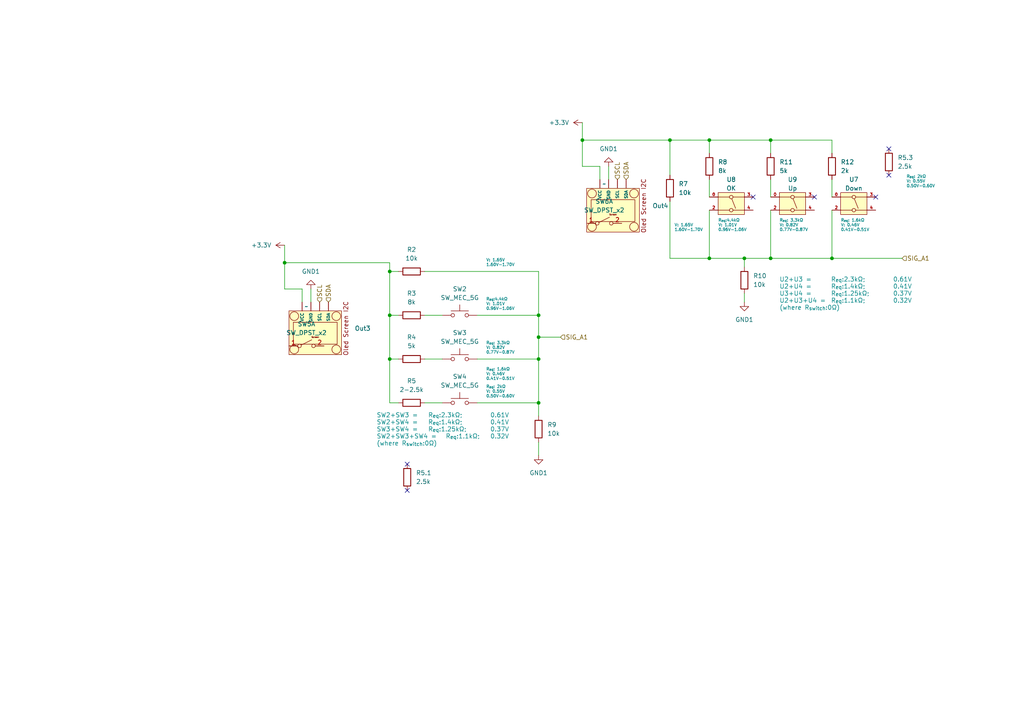
<source format=kicad_sch>
(kicad_sch (version 20230121) (generator eeschema)

  (uuid 0456e8ca-5d38-4f40-8b6e-85aeff18be0e)

  (paper "A4")

  (lib_symbols
    (symbol "Device:R" (pin_numbers hide) (pin_names (offset 0)) (in_bom yes) (on_board yes)
      (property "Reference" "R" (at 2.032 0 90)
        (effects (font (size 1.27 1.27)))
      )
      (property "Value" "R" (at 0 0 90)
        (effects (font (size 1.27 1.27)))
      )
      (property "Footprint" "" (at -1.778 0 90)
        (effects (font (size 1.27 1.27)) hide)
      )
      (property "Datasheet" "~" (at 0 0 0)
        (effects (font (size 1.27 1.27)) hide)
      )
      (property "ki_keywords" "R res resistor" (at 0 0 0)
        (effects (font (size 1.27 1.27)) hide)
      )
      (property "ki_description" "Resistor" (at 0 0 0)
        (effects (font (size 1.27 1.27)) hide)
      )
      (property "ki_fp_filters" "R_*" (at 0 0 0)
        (effects (font (size 1.27 1.27)) hide)
      )
      (symbol "R_0_1"
        (rectangle (start -1.016 -2.54) (end 1.016 2.54)
          (stroke (width 0.254) (type default))
          (fill (type none))
        )
      )
      (symbol "R_1_1"
        (pin passive line (at 0 3.81 270) (length 1.27)
          (name "~" (effects (font (size 1.27 1.27))))
          (number "1" (effects (font (size 1.27 1.27))))
        )
        (pin passive line (at 0 -3.81 90) (length 1.27)
          (name "~" (effects (font (size 1.27 1.27))))
          (number "2" (effects (font (size 1.27 1.27))))
        )
      )
    )
    (symbol "Objects:Button_Typ.0" (in_bom yes) (on_board yes)
      (property "Reference" "U" (at 0 3.81 0)
        (effects (font (size 1.27 1.27)))
      )
      (property "Value" "" (at 0 0 0)
        (effects (font (size 1.27 1.27)))
      )
      (property "Footprint" "" (at 0 0 0)
        (effects (font (size 1.27 1.27)) hide)
      )
      (property "Datasheet" "" (at 0 0 0)
        (effects (font (size 1.27 1.27)) hide)
      )
      (symbol "Button_Typ.0_0_0"
        (circle (center 0 -2.54) (radius 0.508)
          (stroke (width 0) (type default))
          (fill (type none))
        )
        (polyline
          (pts
            (xy 0.1524 0.762)
            (xy 1.27 -2.032)
          )
          (stroke (width 0) (type default))
          (fill (type none))
        )
        (circle (center 0 1.27) (radius 0.508)
          (stroke (width 0) (type default))
          (fill (type none))
        )
      )
      (symbol "Button_Typ.0_0_1"
        (polyline
          (pts
            (xy -3.81 -2.54)
            (xy -0.508 -2.54)
          )
          (stroke (width 0) (type default))
          (fill (type none))
        )
        (polyline
          (pts
            (xy -0.508 1.27)
            (xy -3.81 1.27)
          )
          (stroke (width 0) (type default))
          (fill (type none))
        )
        (polyline
          (pts
            (xy 3.81 -2.54)
            (xy 0.508 -2.54)
          )
          (stroke (width 0) (type default))
          (fill (type none))
        )
        (polyline
          (pts
            (xy 3.81 1.27)
            (xy 0.508 1.27)
          )
          (stroke (width 0) (type default))
          (fill (type none))
        )
      )
      (symbol "Button_Typ.0_1_1"
        (rectangle (start -3.81 2.54) (end 3.81 -3.81)
          (stroke (width 0) (type default))
          (fill (type background))
        )
        (pin unspecified line (at -6.35 1.27 0) (length 2.54)
          (name "" (effects (font (size 0.8467 0.8467))))
          (number "0" (effects (font (size 0.8467 0.8467))))
        )
        (pin unspecified line (at -6.35 -2.54 0) (length 2.54)
          (name "" (effects (font (size 0.8467 0.8467))))
          (number "2" (effects (font (size 0.8467 0.8467))))
        )
        (pin unspecified line (at 6.35 1.27 180) (length 2.54)
          (name "" (effects (font (size 0.8467 0.8467))))
          (number "3" (effects (font (size 0.8467 0.8467))))
        )
        (pin unspecified line (at 6.35 -2.54 180) (length 2.54)
          (name "" (effects (font (size 0.8467 0.8467))))
          (number "4" (effects (font (size 0.8467 0.8467))))
        )
      )
    )
    (symbol "Objects:Oled_Screen_I2C" (in_bom yes) (on_board yes)
      (property "Reference" "Out" (at 0 13.97 0)
        (effects (font (size 1.27 1.27)))
      )
      (property "Value" "" (at -2.54 6.35 0)
        (effects (font (size 1.27 1.27)))
      )
      (property "Footprint" "" (at -2.54 6.35 0)
        (effects (font (size 1.27 1.27)) hide)
      )
      (property "Datasheet" "" (at -2.54 6.35 0)
        (effects (font (size 1.27 1.27)) hide)
      )
      (symbol "Oled_Screen_I2C_1_1"
        (rectangle (start -7.62 5.08) (end 7.62 -7.62)
          (stroke (width 0) (type default))
          (fill (type background))
        )
        (rectangle (start -6.35 1.778) (end 6.35 -4.572)
          (stroke (width 0) (type default))
          (fill (type none))
        )
        (circle (center -6.096 -6.096) (radius 1.27)
          (stroke (width 0) (type default))
          (fill (type none))
        )
        (circle (center -6.096 3.556) (radius 1.27)
          (stroke (width 0) (type default))
          (fill (type none))
        )
        (circle (center 6.096 -6.096) (radius 1.27)
          (stroke (width 0) (type default))
          (fill (type none))
        )
        (circle (center 6.096 3.556) (radius 1.27)
          (stroke (width 0) (type default))
          (fill (type none))
        )
        (text "Oled Screen I2C" (at 8.89 0 900)
          (effects (font (size 1.27 1.27)))
        )
        (text "Screen" (at 0 -2.54 0)
          (effects (font (size 0.4233 0.4233)))
        )
        (pin passive line (at -1.27 7.62 270) (length 2.54)
          (name "GND" (effects (font (size 0.8467 0.8467))))
          (number "" (effects (font (size 0.8467 0.8467))))
        )
        (pin bidirectional line (at 1.27 7.62 270) (length 2.54)
          (name "SCL" (effects (font (size 0.8467 0.8467))))
          (number "" (effects (font (size 0.8467 0.8467))))
        )
        (pin bidirectional line (at 3.81 7.62 270) (length 2.54)
          (name "SDA" (effects (font (size 0.8467 0.8467))))
          (number "" (effects (font (size 0.8467 0.8467))))
        )
        (pin passive line (at -3.81 7.62 270) (length 2.54)
          (name "VCC" (effects (font (size 0.8467 0.8467))))
          (number "" (effects (font (size 0.8467 0.8467))))
        )
      )
    )
    (symbol "Switch:SW_DPST_x2" (pin_names (offset 0) hide) (in_bom yes) (on_board yes)
      (property "Reference" "SW" (at 0 3.175 0)
        (effects (font (size 1.27 1.27)))
      )
      (property "Value" "SW_DPST_x2" (at 0 -2.54 0)
        (effects (font (size 1.27 1.27)))
      )
      (property "Footprint" "" (at 0 0 0)
        (effects (font (size 1.27 1.27)) hide)
      )
      (property "Datasheet" "~" (at 0 0 0)
        (effects (font (size 1.27 1.27)) hide)
      )
      (property "ki_keywords" "switch lever" (at 0 0 0)
        (effects (font (size 1.27 1.27)) hide)
      )
      (property "ki_description" "Single Pole Single Throw (SPST) switch, separate symbol" (at 0 0 0)
        (effects (font (size 1.27 1.27)) hide)
      )
      (symbol "SW_DPST_x2_0_0"
        (circle (center -2.032 0) (radius 0.508)
          (stroke (width 0) (type default))
          (fill (type none))
        )
        (polyline
          (pts
            (xy -1.524 0.254)
            (xy 1.524 1.778)
          )
          (stroke (width 0) (type default))
          (fill (type none))
        )
        (circle (center 2.032 0) (radius 0.508)
          (stroke (width 0) (type default))
          (fill (type none))
        )
      )
      (symbol "SW_DPST_x2_1_1"
        (pin passive line (at -5.08 0 0) (length 2.54)
          (name "A" (effects (font (size 1.27 1.27))))
          (number "1" (effects (font (size 1.27 1.27))))
        )
        (pin passive line (at 5.08 0 180) (length 2.54)
          (name "B" (effects (font (size 1.27 1.27))))
          (number "2" (effects (font (size 1.27 1.27))))
        )
      )
      (symbol "SW_DPST_x2_2_1"
        (pin passive line (at -5.08 0 0) (length 2.54)
          (name "A" (effects (font (size 1.27 1.27))))
          (number "3" (effects (font (size 1.27 1.27))))
        )
        (pin passive line (at 5.08 0 180) (length 2.54)
          (name "B" (effects (font (size 1.27 1.27))))
          (number "4" (effects (font (size 1.27 1.27))))
        )
      )
    )
    (symbol "Switch:SW_MEC_5G" (pin_numbers hide) (pin_names (offset 1.016) hide) (in_bom yes) (on_board yes)
      (property "Reference" "SW" (at 1.27 2.54 0)
        (effects (font (size 1.27 1.27)) (justify left))
      )
      (property "Value" "SW_MEC_5G" (at 0 -1.524 0)
        (effects (font (size 1.27 1.27)))
      )
      (property "Footprint" "" (at 0 5.08 0)
        (effects (font (size 1.27 1.27)) hide)
      )
      (property "Datasheet" "http://www.apem.com/int/index.php?controller=attachment&id_attachment=488" (at 0 5.08 0)
        (effects (font (size 1.27 1.27)) hide)
      )
      (property "ki_keywords" "switch normally-open pushbutton push-button" (at 0 0 0)
        (effects (font (size 1.27 1.27)) hide)
      )
      (property "ki_description" "MEC 5G single pole normally-open tactile switch" (at 0 0 0)
        (effects (font (size 1.27 1.27)) hide)
      )
      (property "ki_fp_filters" "SW*MEC*5G*" (at 0 0 0)
        (effects (font (size 1.27 1.27)) hide)
      )
      (symbol "SW_MEC_5G_0_1"
        (circle (center -2.032 0) (radius 0.508)
          (stroke (width 0) (type default))
          (fill (type none))
        )
        (polyline
          (pts
            (xy 0 1.27)
            (xy 0 3.048)
          )
          (stroke (width 0) (type default))
          (fill (type none))
        )
        (polyline
          (pts
            (xy 2.54 1.27)
            (xy -2.54 1.27)
          )
          (stroke (width 0) (type default))
          (fill (type none))
        )
        (circle (center 2.032 0) (radius 0.508)
          (stroke (width 0) (type default))
          (fill (type none))
        )
        (pin passive line (at -5.08 0 0) (length 2.54)
          (name "A" (effects (font (size 1.27 1.27))))
          (number "1" (effects (font (size 1.27 1.27))))
        )
        (pin passive line (at 5.08 0 180) (length 2.54)
          (name "B" (effects (font (size 1.27 1.27))))
          (number "3" (effects (font (size 1.27 1.27))))
        )
      )
      (symbol "SW_MEC_5G_1_1"
        (pin passive line (at -5.08 0 0) (length 2.54) hide
          (name "A" (effects (font (size 1.27 1.27))))
          (number "2" (effects (font (size 1.27 1.27))))
        )
        (pin passive line (at 5.08 0 180) (length 2.54) hide
          (name "B" (effects (font (size 1.27 1.27))))
          (number "4" (effects (font (size 1.27 1.27))))
        )
      )
    )
    (symbol "power:+3.3V" (power) (pin_names (offset 0)) (in_bom yes) (on_board yes)
      (property "Reference" "#PWR" (at 0 -3.81 0)
        (effects (font (size 1.27 1.27)) hide)
      )
      (property "Value" "+3.3V" (at 0 3.556 0)
        (effects (font (size 1.27 1.27)))
      )
      (property "Footprint" "" (at 0 0 0)
        (effects (font (size 1.27 1.27)) hide)
      )
      (property "Datasheet" "" (at 0 0 0)
        (effects (font (size 1.27 1.27)) hide)
      )
      (property "ki_keywords" "global power" (at 0 0 0)
        (effects (font (size 1.27 1.27)) hide)
      )
      (property "ki_description" "Power symbol creates a global label with name \"+3.3V\"" (at 0 0 0)
        (effects (font (size 1.27 1.27)) hide)
      )
      (symbol "+3.3V_0_1"
        (polyline
          (pts
            (xy -0.762 1.27)
            (xy 0 2.54)
          )
          (stroke (width 0) (type default))
          (fill (type none))
        )
        (polyline
          (pts
            (xy 0 0)
            (xy 0 2.54)
          )
          (stroke (width 0) (type default))
          (fill (type none))
        )
        (polyline
          (pts
            (xy 0 2.54)
            (xy 0.762 1.27)
          )
          (stroke (width 0) (type default))
          (fill (type none))
        )
      )
      (symbol "+3.3V_1_1"
        (pin power_in line (at 0 0 90) (length 0) hide
          (name "+3.3V" (effects (font (size 1.27 1.27))))
          (number "1" (effects (font (size 1.27 1.27))))
        )
      )
    )
    (symbol "power:GND1" (power) (pin_names (offset 0)) (in_bom yes) (on_board yes)
      (property "Reference" "#PWR" (at 0 -6.35 0)
        (effects (font (size 1.27 1.27)) hide)
      )
      (property "Value" "GND1" (at 0 -3.81 0)
        (effects (font (size 1.27 1.27)))
      )
      (property "Footprint" "" (at 0 0 0)
        (effects (font (size 1.27 1.27)) hide)
      )
      (property "Datasheet" "" (at 0 0 0)
        (effects (font (size 1.27 1.27)) hide)
      )
      (property "ki_keywords" "global power" (at 0 0 0)
        (effects (font (size 1.27 1.27)) hide)
      )
      (property "ki_description" "Power symbol creates a global label with name \"GND1\" , ground" (at 0 0 0)
        (effects (font (size 1.27 1.27)) hide)
      )
      (symbol "GND1_0_1"
        (polyline
          (pts
            (xy 0 0)
            (xy 0 -1.27)
            (xy 1.27 -1.27)
            (xy 0 -2.54)
            (xy -1.27 -1.27)
            (xy 0 -1.27)
          )
          (stroke (width 0) (type default))
          (fill (type none))
        )
      )
      (symbol "GND1_1_1"
        (pin power_in line (at 0 0 270) (length 0) hide
          (name "GND1" (effects (font (size 1.27 1.27))))
          (number "1" (effects (font (size 1.27 1.27))))
        )
      )
    )
  )

  (junction (at 241.3 74.93) (diameter 0) (color 0 0 0 0)
    (uuid 11bef47a-da83-4663-979a-30b783e5f4cd)
  )
  (junction (at 215.9 74.93) (diameter 0) (color 0 0 0 0)
    (uuid 1e54bfbd-c0a2-495c-81dd-fd1f7fe99e4f)
  )
  (junction (at 156.21 97.79) (diameter 0) (color 0 0 0 0)
    (uuid 35088965-68a7-41f8-9fdd-6cda5f1ce7ff)
  )
  (junction (at 113.03 78.74) (diameter 0) (color 0 0 0 0)
    (uuid 3965985b-d0a8-4860-8db5-a78161ee1619)
  )
  (junction (at 223.52 40.64) (diameter 0) (color 0 0 0 0)
    (uuid 40f5b331-99f4-4925-8e88-319c9e024d1d)
  )
  (junction (at 156.21 116.84) (diameter 0) (color 0 0 0 0)
    (uuid 40fac369-4d77-4e69-9843-a2adf05ec898)
  )
  (junction (at 168.91 40.64) (diameter 0) (color 0 0 0 0)
    (uuid 469c23ea-02ae-4d08-ad16-331ff5e2f878)
  )
  (junction (at 82.55 76.2) (diameter 0) (color 0 0 0 0)
    (uuid 53bc495d-cddb-45e1-9f64-3ce5f1abc12b)
  )
  (junction (at 194.31 40.64) (diameter 0) (color 0 0 0 0)
    (uuid 5563e340-1155-45a9-8f33-8f856934e6d4)
  )
  (junction (at 205.74 40.64) (diameter 0) (color 0 0 0 0)
    (uuid 5eb72ecc-eaee-4361-a94f-cb21f1d7b6d0)
  )
  (junction (at 223.52 74.93) (diameter 0) (color 0 0 0 0)
    (uuid 621dd9b2-92a3-4d78-9323-2c5afd60d80c)
  )
  (junction (at 156.21 91.44) (diameter 0) (color 0 0 0 0)
    (uuid 63dacde0-b998-4c46-a3f9-a34af47b3f0b)
  )
  (junction (at 113.03 91.44) (diameter 0) (color 0 0 0 0)
    (uuid 74570bbd-4516-43bf-809e-1c7aebb98f34)
  )
  (junction (at 156.21 104.14) (diameter 0) (color 0 0 0 0)
    (uuid 8e888275-b1a8-45c4-a808-d8f93070803d)
  )
  (junction (at 113.03 104.14) (diameter 0) (color 0 0 0 0)
    (uuid d5cf24ee-cabb-455e-91cd-d9a817e45309)
  )
  (junction (at 205.74 74.93) (diameter 0) (color 0 0 0 0)
    (uuid f3b0c2b0-cf6c-436e-b017-0b33a7c11621)
  )

  (no_connect (at 218.44 57.15) (uuid 08914fad-b093-4ac8-a211-48378be0e20f))
  (no_connect (at 257.81 50.8) (uuid 12a8a7db-0bd1-427e-b3ff-ea8fc9343dab))
  (no_connect (at 118.11 134.62) (uuid 294cd240-8b54-495f-8782-819b46785ef2))
  (no_connect (at 254 57.15) (uuid 2d88eadc-c03e-4f42-a727-9d680cf89064))
  (no_connect (at 257.81 43.18) (uuid 3f292dd1-9fca-4ff0-a93f-e08c374bd245))
  (no_connect (at 236.22 57.15) (uuid 9b4b8ba7-fbde-4bfd-a20f-c4ec507cf5b0))
  (no_connect (at 118.11 142.24) (uuid 9ffc33bf-46d9-4ea3-b46f-2bd7427b38e2))

  (wire (pts (xy 205.74 40.64) (xy 205.74 44.45))
    (stroke (width 0) (type default))
    (uuid 02cdf3fc-e4df-463f-a07c-d0320c567552)
  )
  (wire (pts (xy 156.21 104.14) (xy 156.21 116.84))
    (stroke (width 0) (type default))
    (uuid 09d2e940-d71c-4a0e-942f-a06f64d20541)
  )
  (wire (pts (xy 82.55 71.12) (xy 82.55 76.2))
    (stroke (width 0) (type default))
    (uuid 19581cd9-18c9-4c7e-91b9-6dbc129af0ba)
  )
  (wire (pts (xy 241.3 52.07) (xy 241.3 57.15))
    (stroke (width 0) (type default))
    (uuid 27847982-7ba8-4925-aa57-07d1da7a7b5a)
  )
  (wire (pts (xy 168.91 40.64) (xy 168.91 48.26))
    (stroke (width 0) (type default))
    (uuid 28455852-9354-431c-865b-6e518c5d019e)
  )
  (wire (pts (xy 168.91 35.56) (xy 168.91 40.64))
    (stroke (width 0) (type default))
    (uuid 2f19e2c1-1839-4d7d-8a9b-65de30dce5a6)
  )
  (wire (pts (xy 138.43 116.84) (xy 156.21 116.84))
    (stroke (width 0) (type default))
    (uuid 330daf93-79b3-4f12-8c26-8afc0bed6932)
  )
  (wire (pts (xy 176.53 48.26) (xy 176.53 52.07))
    (stroke (width 0) (type default))
    (uuid 367f312e-e7ed-44b0-8ff8-bfbef8db16d2)
  )
  (wire (pts (xy 156.21 91.44) (xy 156.21 97.79))
    (stroke (width 0) (type default))
    (uuid 390c36a7-5ad3-46bd-bd8d-266de491b708)
  )
  (wire (pts (xy 113.03 78.74) (xy 113.03 91.44))
    (stroke (width 0) (type default))
    (uuid 3c300400-9347-4195-8091-3ce4958908b6)
  )
  (wire (pts (xy 90.17 83.82) (xy 90.17 87.63))
    (stroke (width 0) (type default))
    (uuid 3d6e1c40-e11c-476b-b670-5084b29dd3df)
  )
  (wire (pts (xy 113.03 116.84) (xy 115.57 116.84))
    (stroke (width 0) (type default))
    (uuid 3ea8089b-4d49-493b-a8f9-872b011ee8dd)
  )
  (wire (pts (xy 223.52 52.07) (xy 223.52 57.15))
    (stroke (width 0) (type default))
    (uuid 4237a80f-7620-47bb-8555-37a1c6bc15ce)
  )
  (wire (pts (xy 223.52 40.64) (xy 241.3 40.64))
    (stroke (width 0) (type default))
    (uuid 428113b7-3091-4ef4-aae7-572934255bc6)
  )
  (wire (pts (xy 194.31 58.42) (xy 194.31 74.93))
    (stroke (width 0) (type default))
    (uuid 4f54251b-8682-49cf-91f3-530c895a7c21)
  )
  (wire (pts (xy 156.21 116.84) (xy 156.21 120.65))
    (stroke (width 0) (type default))
    (uuid 58f09632-4944-49ce-8111-32772e4cdc6d)
  )
  (wire (pts (xy 123.19 78.74) (xy 156.21 78.74))
    (stroke (width 0) (type default))
    (uuid 59690ffa-616b-4c12-ba3e-48edb04e2b1b)
  )
  (wire (pts (xy 115.57 78.74) (xy 113.03 78.74))
    (stroke (width 0) (type default))
    (uuid 615a3384-ce38-4e0f-9a75-67d7681da376)
  )
  (wire (pts (xy 194.31 74.93) (xy 205.74 74.93))
    (stroke (width 0) (type default))
    (uuid 6302b749-fa50-4037-9c80-06728a30bdee)
  )
  (wire (pts (xy 113.03 104.14) (xy 115.57 104.14))
    (stroke (width 0) (type default))
    (uuid 66ce71ea-644d-4493-bca6-9e8cf3f700ad)
  )
  (wire (pts (xy 82.55 76.2) (xy 113.03 76.2))
    (stroke (width 0) (type default))
    (uuid 6e9147de-3e53-4f24-ba31-e0311eb0a1f0)
  )
  (wire (pts (xy 205.74 74.93) (xy 215.9 74.93))
    (stroke (width 0) (type default))
    (uuid 7260a753-e505-4e90-83db-4c8e7ca75d00)
  )
  (wire (pts (xy 215.9 85.09) (xy 215.9 87.63))
    (stroke (width 0) (type default))
    (uuid 734f7749-1d6b-48c9-821e-5ab4dc6765b4)
  )
  (wire (pts (xy 113.03 104.14) (xy 113.03 116.84))
    (stroke (width 0) (type default))
    (uuid 7ca262f9-6fb2-4d2d-a8e7-424eb9b263f1)
  )
  (wire (pts (xy 205.74 52.07) (xy 205.74 57.15))
    (stroke (width 0) (type default))
    (uuid 8b0ebb41-f8a9-4ca0-9056-ed3159a46795)
  )
  (wire (pts (xy 241.3 74.93) (xy 261.62 74.93))
    (stroke (width 0) (type default))
    (uuid 91743002-0210-405a-af06-bb02918e3cfd)
  )
  (wire (pts (xy 156.21 97.79) (xy 156.21 104.14))
    (stroke (width 0) (type default))
    (uuid 9b5e9c05-a86b-4389-a05a-970159a4bd34)
  )
  (wire (pts (xy 156.21 78.74) (xy 156.21 91.44))
    (stroke (width 0) (type default))
    (uuid 9c455dda-0a0e-4188-996b-01203f93e9b4)
  )
  (wire (pts (xy 205.74 40.64) (xy 223.52 40.64))
    (stroke (width 0) (type default))
    (uuid 9da9f1cd-8c97-4f5d-a89c-728725df1cb0)
  )
  (wire (pts (xy 156.21 128.27) (xy 156.21 132.08))
    (stroke (width 0) (type default))
    (uuid a275b4f4-edc4-42e3-b9d2-6346b3b93588)
  )
  (wire (pts (xy 168.91 48.26) (xy 173.99 48.26))
    (stroke (width 0) (type default))
    (uuid a52b8ae9-4305-421b-9869-4c5d65fa768a)
  )
  (wire (pts (xy 241.3 40.64) (xy 241.3 44.45))
    (stroke (width 0) (type default))
    (uuid a5df09a5-b405-40a5-914c-f7f4a0b4d31b)
  )
  (wire (pts (xy 194.31 40.64) (xy 194.31 50.8))
    (stroke (width 0) (type default))
    (uuid a73f183e-e9c3-4949-9eaa-6435307135f3)
  )
  (wire (pts (xy 215.9 74.93) (xy 215.9 77.47))
    (stroke (width 0) (type default))
    (uuid a7f28e3c-733f-46c0-8e2b-3706471beba4)
  )
  (wire (pts (xy 223.52 60.96) (xy 223.52 74.93))
    (stroke (width 0) (type default))
    (uuid a804f03a-a80f-48c0-a0cb-9d44224da049)
  )
  (wire (pts (xy 82.55 83.82) (xy 87.63 83.82))
    (stroke (width 0) (type default))
    (uuid a87c1934-aa9c-45b0-8962-7aa97b582b57)
  )
  (wire (pts (xy 123.19 91.44) (xy 128.27 91.44))
    (stroke (width 0) (type default))
    (uuid a8a55644-a68f-4cb8-8ed4-b8707dd0a641)
  )
  (wire (pts (xy 194.31 40.64) (xy 205.74 40.64))
    (stroke (width 0) (type default))
    (uuid ad0ab5c9-ebba-4107-b371-b45f8f2f97d7)
  )
  (wire (pts (xy 215.9 74.93) (xy 223.52 74.93))
    (stroke (width 0) (type default))
    (uuid ae1a5918-46b2-4b7e-959a-077a5625471a)
  )
  (wire (pts (xy 138.43 104.14) (xy 156.21 104.14))
    (stroke (width 0) (type default))
    (uuid b076e1dd-090d-4a4c-89a2-275f4d4e9c55)
  )
  (wire (pts (xy 223.52 40.64) (xy 223.52 44.45))
    (stroke (width 0) (type default))
    (uuid b3b4485b-c06a-4ba2-a1b5-e9f59e9e1c61)
  )
  (wire (pts (xy 241.3 60.96) (xy 241.3 74.93))
    (stroke (width 0) (type default))
    (uuid b3c69772-bcbe-48bc-81e0-61f0eedac0d7)
  )
  (wire (pts (xy 156.21 97.79) (xy 162.56 97.79))
    (stroke (width 0) (type default))
    (uuid b4ca0056-26f9-4d55-b25c-7fab7564e17b)
  )
  (wire (pts (xy 82.55 76.2) (xy 82.55 83.82))
    (stroke (width 0) (type default))
    (uuid bde6e297-b90b-4c6c-8343-43c73620d24c)
  )
  (wire (pts (xy 173.99 48.26) (xy 173.99 52.07))
    (stroke (width 0) (type default))
    (uuid c2f8c120-9f8b-48ad-b3e7-e365a243f944)
  )
  (wire (pts (xy 168.91 40.64) (xy 194.31 40.64))
    (stroke (width 0) (type default))
    (uuid c581c514-7da6-42a4-8793-3717396c6f7f)
  )
  (wire (pts (xy 123.19 104.14) (xy 128.27 104.14))
    (stroke (width 0) (type default))
    (uuid d9492466-79b1-4914-be88-5ced6de526d0)
  )
  (wire (pts (xy 205.74 60.96) (xy 205.74 74.93))
    (stroke (width 0) (type default))
    (uuid dd6ff8c9-b287-4ecb-be70-619c5babddc9)
  )
  (wire (pts (xy 113.03 91.44) (xy 113.03 104.14))
    (stroke (width 0) (type default))
    (uuid df34db82-17cb-40ab-9dba-c28c146f2eec)
  )
  (wire (pts (xy 113.03 76.2) (xy 113.03 78.74))
    (stroke (width 0) (type default))
    (uuid e5cd2db8-0245-4b76-b81f-70e6cf5958cf)
  )
  (wire (pts (xy 223.52 74.93) (xy 241.3 74.93))
    (stroke (width 0) (type default))
    (uuid ebfb3d91-283e-4562-9f2a-cb9dfeaff819)
  )
  (wire (pts (xy 123.19 116.84) (xy 128.27 116.84))
    (stroke (width 0) (type default))
    (uuid ee63b670-6a3e-4340-9674-cbcc2cabb551)
  )
  (wire (pts (xy 113.03 91.44) (xy 115.57 91.44))
    (stroke (width 0) (type default))
    (uuid ef972615-ee33-4a66-9480-ed7a49923c3d)
  )
  (wire (pts (xy 87.63 83.82) (xy 87.63 87.63))
    (stroke (width 0) (type default))
    (uuid f6694f47-c0d5-44e6-9ae5-93bc4f2cfda0)
  )
  (wire (pts (xy 138.43 91.44) (xy 156.21 91.44))
    (stroke (width 0) (type default))
    (uuid f9d2c070-f919-4c69-9169-f1b1c16390e4)
  )

  (text "\nV: 1.65V\n1.60V-1.70V" (at 140.97 77.47 0)
    (effects (font (size 0.8467 0.8467) (color 0 132 132 1)) (justify left bottom))
    (uuid 06f9f071-523d-4160-a4a4-79128f1cf718)
  )
  (text "R_{eq}:4.4kΩ\nV: 1.01V\n0.96V-1.06V" (at 208.28 67.31 0)
    (effects (font (size 0.8467 0.8467) (color 0 132 132 1)) (justify left bottom))
    (uuid 1b03ff29-4f9e-47ed-bd0f-730040c925cb)
  )
  (text "R_{eq}: 3.3kΩ\nV: 0.82V\n0.77V-0.87V" (at 140.97 102.87 0)
    (effects (font (size 0.8467 0.8467) (color 0 132 132 1)) (justify left bottom))
    (uuid 25eddad6-76c1-48f2-8ea8-87d509d60fac)
  )
  (text "R_{eq}: 1.6kΩ\nV: 0.46V\n0.41V-0.51V" (at 243.84 67.31 0)
    (effects (font (size 0.8467 0.8467) (color 0 132 132 1)) (justify left bottom))
    (uuid 28c1caa9-aed3-49c7-bf68-ba0a7840ae8d)
  )
  (text "U2+U3 = 	R_{eq}:2.3kΩ;		0.61V\nU2+U4 = 	R_{eq}:1.4kΩ;		0.41V\nU3+U4 = 	R_{eq}:1.25kΩ;	0.37V\nU2+U3+U4 = 	R_{eq}:1.1kΩ;		0.32V\n(where R_{switch}:0Ω)"
    (at 226.06 90.17 0)
    (effects (font (size 1.27 1.27) (color 0 132 132 1)) (justify left bottom))
    (uuid 2b3fbb2f-2038-4d53-8e7c-1a26aca47ecc)
  )
  (text "SW2+SW3 = 	R_{eq}:2.3kΩ;		0.61V\nSW2+SW4 = 	R_{eq}:1.4kΩ;		0.41V\nSW3+SW4 = 	R_{eq}:1.25kΩ;	0.37V\nSW2+SW3+SW4 = 	R_{eq}:1.1kΩ;	0.32V\n(where R_{switch}:0Ω)"
    (at 109.22 129.54 0)
    (effects (font (size 1.27 1.27) (color 0 132 132 1)) (justify left bottom))
    (uuid 45f23cd9-af0b-4cc5-8065-247f1102c1c3)
  )
  (text "R_{eq}: 3.3kΩ\nV: 0.82V\n0.77V-0.87V" (at 226.06 67.31 0)
    (effects (font (size 0.8467 0.8467) (color 0 132 132 1)) (justify left bottom))
    (uuid 9af20430-0c4d-44e3-86b3-28573dd2f9fb)
  )
  (text "R_{eq}: 2kΩ\nV: 0.55V\n0.50V-0.60V" (at 140.97 115.57 0)
    (effects (font (size 0.8467 0.8467) (color 0 132 132 1)) (justify left bottom))
    (uuid d46e19ac-4f4d-4088-8498-d9bc488ec05a)
  )
  (text "R_{eq}: 1.6kΩ\nV: 0.46V\n0.41V-0.51V" (at 140.97 110.49 0)
    (effects (font (size 0.8467 0.8467) (color 0 132 132 1)) (justify left bottom))
    (uuid e6b59a4a-5098-4ecf-96e5-90215e1d0ddd)
  )
  (text "R_{eq}:4.4kΩ\nV: 1.01V\n0.96V-1.06V" (at 140.97 90.17 0)
    (effects (font (size 0.8467 0.8467) (color 0 132 132 1)) (justify left bottom))
    (uuid ead79ac6-4b50-4dc8-8e68-ee17d50cbb97)
  )
  (text "\nV: 1.65V\n1.60V-1.70V" (at 195.58 67.31 0)
    (effects (font (size 0.8467 0.8467) (color 0 132 132 1)) (justify left bottom))
    (uuid efd480a2-26e3-4bd6-ac24-b104304ececa)
  )
  (text "R_{eq}: 2kΩ\nV: 0.55V\n0.50V-0.60V" (at 262.89 54.61 0)
    (effects (font (size 0.8467 0.8467) (color 0 132 132 1)) (justify left bottom))
    (uuid fc614430-08b2-499e-a114-a1e9ddaaa715)
  )

  (hierarchical_label "SDA" (shape input) (at 181.61 52.07 90) (fields_autoplaced)
    (effects (font (size 1.27 1.27)) (justify left))
    (uuid 0286dda2-8db4-4479-8226-cec00bcde661)
  )
  (hierarchical_label "SIG_A1" (shape input) (at 162.56 97.79 0) (fields_autoplaced)
    (effects (font (size 1.27 1.27)) (justify left))
    (uuid 191b501c-c360-4bac-9c61-7fb22bb56e58)
  )
  (hierarchical_label "SCL" (shape input) (at 179.07 52.07 90) (fields_autoplaced)
    (effects (font (size 1.27 1.27)) (justify left))
    (uuid 2033d178-c714-4cff-b468-50a22324687b)
  )
  (hierarchical_label "SCL" (shape input) (at 92.71 87.63 90) (fields_autoplaced)
    (effects (font (size 1.27 1.27)) (justify left))
    (uuid 6b139040-9a5d-41af-b437-cf55a42fcf9b)
  )
  (hierarchical_label "SIG_A1" (shape input) (at 261.62 74.93 0) (fields_autoplaced)
    (effects (font (size 1.27 1.27)) (justify left))
    (uuid 75cb5636-41f7-4e56-a0be-5f3ce6ea6f68)
  )
  (hierarchical_label "SDA" (shape input) (at 95.25 87.63 90) (fields_autoplaced)
    (effects (font (size 1.27 1.27)) (justify left))
    (uuid c600a4ee-ab8b-4842-8a44-17ecb5d5ba7d)
  )

  (symbol (lib_id "Device:R") (at 119.38 78.74 90) (unit 1)
    (in_bom yes) (on_board yes) (dnp no) (fields_autoplaced)
    (uuid 07b0c2f9-4dae-4c5e-9d31-d449f3e32b0b)
    (property "Reference" "R2" (at 119.38 72.39 90)
      (effects (font (size 1.27 1.27)))
    )
    (property "Value" "10k" (at 119.38 74.93 90)
      (effects (font (size 1.27 1.27)))
    )
    (property "Footprint" "" (at 119.38 80.518 90)
      (effects (font (size 1.27 1.27)) hide)
    )
    (property "Datasheet" "~" (at 119.38 78.74 0)
      (effects (font (size 1.27 1.27)) hide)
    )
    (pin "2" (uuid 992256ea-7fc8-43b8-b77a-b7d2dcc3b691))
    (pin "1" (uuid 9b9cea24-60a7-476a-9593-e13665866731))
    (instances
      (project "KaCat1-2 wiring"
        (path "/5d2fc9f9-e9c7-40c5-b3fa-7f2393597598/eefc293d-341e-48b9-bf2e-cc0c55e4b571"
          (reference "R2") (unit 1)
        )
      )
    )
  )

  (symbol (lib_id "Device:R") (at 194.31 54.61 0) (unit 1)
    (in_bom yes) (on_board yes) (dnp no)
    (uuid 17b90d4c-9643-4738-a5df-81dfff865091)
    (property "Reference" "R7" (at 196.85 53.34 0)
      (effects (font (size 1.27 1.27)) (justify left))
    )
    (property "Value" "10k" (at 196.85 55.88 0)
      (effects (font (size 1.27 1.27)) (justify left))
    )
    (property "Footprint" "" (at 192.532 54.61 90)
      (effects (font (size 1.27 1.27)) hide)
    )
    (property "Datasheet" "~" (at 194.31 54.61 0)
      (effects (font (size 1.27 1.27)) hide)
    )
    (pin "1" (uuid af220aa8-0e56-4472-bd50-ec86caeca45c))
    (pin "2" (uuid 19f0dc77-0b3a-46a5-a6b5-566a633d258e))
    (instances
      (project "KaCat1-2 wiring"
        (path "/5d2fc9f9-e9c7-40c5-b3fa-7f2393597598/eefc293d-341e-48b9-bf2e-cc0c55e4b571"
          (reference "R7") (unit 1)
        )
      )
    )
  )

  (symbol (lib_id "power:GND1") (at 215.9 87.63 0) (unit 1)
    (in_bom yes) (on_board yes) (dnp no)
    (uuid 27fa6c31-9306-4565-9adb-aae5f1f125a6)
    (property "Reference" "#PWR027" (at 215.9 93.98 0)
      (effects (font (size 1.27 1.27)) hide)
    )
    (property "Value" "GND1" (at 215.9 92.71 0)
      (effects (font (size 1.27 1.27)))
    )
    (property "Footprint" "" (at 215.9 87.63 0)
      (effects (font (size 1.27 1.27)) hide)
    )
    (property "Datasheet" "" (at 215.9 87.63 0)
      (effects (font (size 1.27 1.27)) hide)
    )
    (pin "1" (uuid c163663d-a320-4d2b-9898-a852eeec5f6d))
    (instances
      (project "KaCat1-2 wiring"
        (path "/5d2fc9f9-e9c7-40c5-b3fa-7f2393597598/eefc293d-341e-48b9-bf2e-cc0c55e4b571"
          (reference "#PWR027") (unit 1)
        )
      )
    )
  )

  (symbol (lib_id "Switch:SW_DPST_x2") (at 88.9 100.33 0) (unit 1)
    (in_bom yes) (on_board yes) (dnp no) (fields_autoplaced)
    (uuid 2e7acbe1-f254-4292-baf1-9ddce93044e6)
    (property "Reference" "SW5" (at 88.9 93.98 0)
      (effects (font (size 1.27 1.27)))
    )
    (property "Value" "SW_DPST_x2" (at 88.9 96.52 0)
      (effects (font (size 1.27 1.27)))
    )
    (property "Footprint" "" (at 88.9 100.33 0)
      (effects (font (size 1.27 1.27)) hide)
    )
    (property "Datasheet" "~" (at 88.9 100.33 0)
      (effects (font (size 1.27 1.27)) hide)
    )
    (pin "4" (uuid dc7cb818-64ce-4069-a3a8-2fa4bd94afb8))
    (pin "1" (uuid 6b3788e7-38e4-4a6b-8c74-0ae4ac9fe041))
    (pin "3" (uuid 1ee42293-3b1b-46a7-8148-1c47ea8b68f6))
    (pin "2" (uuid 9a169a82-5cb5-4a99-81b2-a0245d777604))
    (instances
      (project "KaCat1-2 wiring"
        (path "/5d2fc9f9-e9c7-40c5-b3fa-7f2393597598/eefc293d-341e-48b9-bf2e-cc0c55e4b571"
          (reference "SW5") (unit 1)
        )
      )
    )
  )

  (symbol (lib_id "Device:R") (at 205.74 48.26 0) (unit 1)
    (in_bom yes) (on_board yes) (dnp no)
    (uuid 48905f85-244a-4561-8212-eba647328ebf)
    (property "Reference" "R8" (at 208.28 46.99 0)
      (effects (font (size 1.27 1.27)) (justify left))
    )
    (property "Value" "8k" (at 208.28 49.53 0)
      (effects (font (size 1.27 1.27)) (justify left))
    )
    (property "Footprint" "" (at 203.962 48.26 90)
      (effects (font (size 1.27 1.27)) hide)
    )
    (property "Datasheet" "~" (at 205.74 48.26 0)
      (effects (font (size 1.27 1.27)) hide)
    )
    (pin "1" (uuid c4d5f443-c6c7-42b6-ac85-a0221977e000))
    (pin "2" (uuid 20463ccb-87e2-4b8b-afe4-20d156306a65))
    (instances
      (project "KaCat1-2 wiring"
        (path "/5d2fc9f9-e9c7-40c5-b3fa-7f2393597598/eefc293d-341e-48b9-bf2e-cc0c55e4b571"
          (reference "R8") (unit 1)
        )
      )
    )
  )

  (symbol (lib_id "Device:R") (at 119.38 91.44 90) (unit 1)
    (in_bom yes) (on_board yes) (dnp no) (fields_autoplaced)
    (uuid 4b6d9b5f-a70b-4e9c-bcdd-7dfa45ca31bf)
    (property "Reference" "R3" (at 119.38 85.09 90)
      (effects (font (size 1.27 1.27)))
    )
    (property "Value" "8k" (at 119.38 87.63 90)
      (effects (font (size 1.27 1.27)))
    )
    (property "Footprint" "" (at 119.38 93.218 90)
      (effects (font (size 1.27 1.27)) hide)
    )
    (property "Datasheet" "~" (at 119.38 91.44 0)
      (effects (font (size 1.27 1.27)) hide)
    )
    (pin "2" (uuid 992256ea-7fc8-43b8-b77a-b7d2dcc3b692))
    (pin "1" (uuid 9b9cea24-60a7-476a-9593-e13665866732))
    (instances
      (project "KaCat1-2 wiring"
        (path "/5d2fc9f9-e9c7-40c5-b3fa-7f2393597598/eefc293d-341e-48b9-bf2e-cc0c55e4b571"
          (reference "R3") (unit 1)
        )
      )
    )
  )

  (symbol (lib_id "power:+3.3V") (at 168.91 35.56 90) (unit 1)
    (in_bom yes) (on_board yes) (dnp no) (fields_autoplaced)
    (uuid 542ec9b8-74a8-4128-920a-5fd35e7fef7d)
    (property "Reference" "#PWR025" (at 172.72 35.56 0)
      (effects (font (size 1.27 1.27)) hide)
    )
    (property "Value" "+3.3V" (at 165.1 35.56 90)
      (effects (font (size 1.27 1.27)) (justify left))
    )
    (property "Footprint" "" (at 168.91 35.56 0)
      (effects (font (size 1.27 1.27)) hide)
    )
    (property "Datasheet" "" (at 168.91 35.56 0)
      (effects (font (size 1.27 1.27)) hide)
    )
    (pin "1" (uuid 2405d233-0fab-484f-97d2-f15719d44236))
    (instances
      (project "KaCat1-2 wiring"
        (path "/5d2fc9f9-e9c7-40c5-b3fa-7f2393597598/eefc293d-341e-48b9-bf2e-cc0c55e4b571"
          (reference "#PWR025") (unit 1)
        )
      )
    )
  )

  (symbol (lib_id "Objects:Oled_Screen_I2C") (at 177.8 59.69 0) (unit 1)
    (in_bom yes) (on_board yes) (dnp no) (fields_autoplaced)
    (uuid 546e32ea-012c-4fbd-adf1-4545fd402929)
    (property "Reference" "Out4" (at 189.23 59.6899 0)
      (effects (font (size 1.27 1.27)) (justify left))
    )
    (property "Value" "~" (at 175.26 53.34 0)
      (effects (font (size 1.27 1.27)))
    )
    (property "Footprint" "" (at 175.26 53.34 0)
      (effects (font (size 1.27 1.27)) hide)
    )
    (property "Datasheet" "" (at 175.26 53.34 0)
      (effects (font (size 1.27 1.27)) hide)
    )
    (pin "" (uuid d0475926-b5c5-463a-9dfd-4b5491bcb308))
    (pin "" (uuid bbd1f0de-d091-45c3-8b2f-42e07c7ef0b0))
    (pin "" (uuid 8aa100db-51fa-4333-8aa4-6a95585ceca6))
    (pin "" (uuid 9a298b3e-179e-49a1-aff5-64f9322e87f4))
    (instances
      (project "KaCat1-2 wiring"
        (path "/5d2fc9f9-e9c7-40c5-b3fa-7f2393597598/eefc293d-341e-48b9-bf2e-cc0c55e4b571"
          (reference "Out4") (unit 1)
        )
      )
    )
  )

  (symbol (lib_id "power:+3.3V") (at 82.55 71.12 90) (unit 1)
    (in_bom yes) (on_board yes) (dnp no) (fields_autoplaced)
    (uuid 668344fb-e58c-4112-9477-2005dbd83839)
    (property "Reference" "#PWR022" (at 86.36 71.12 0)
      (effects (font (size 1.27 1.27)) hide)
    )
    (property "Value" "+3.3V" (at 78.74 71.12 90)
      (effects (font (size 1.27 1.27)) (justify left))
    )
    (property "Footprint" "" (at 82.55 71.12 0)
      (effects (font (size 1.27 1.27)) hide)
    )
    (property "Datasheet" "" (at 82.55 71.12 0)
      (effects (font (size 1.27 1.27)) hide)
    )
    (pin "1" (uuid 3a97ec3e-4e3f-4508-b6d2-d2c204e16e89))
    (instances
      (project "KaCat1-2 wiring"
        (path "/5d2fc9f9-e9c7-40c5-b3fa-7f2393597598/eefc293d-341e-48b9-bf2e-cc0c55e4b571"
          (reference "#PWR022") (unit 1)
        )
      )
    )
  )

  (symbol (lib_id "Device:R") (at 119.38 116.84 90) (unit 1)
    (in_bom yes) (on_board yes) (dnp no) (fields_autoplaced)
    (uuid 66a77dbd-80cf-40d0-b071-479ed5171b27)
    (property "Reference" "R5" (at 119.38 110.49 90)
      (effects (font (size 1.27 1.27)))
    )
    (property "Value" "2-2.5k" (at 119.38 113.03 90)
      (effects (font (size 1.27 1.27)))
    )
    (property "Footprint" "" (at 119.38 118.618 90)
      (effects (font (size 1.27 1.27)) hide)
    )
    (property "Datasheet" "~" (at 119.38 116.84 0)
      (effects (font (size 1.27 1.27)) hide)
    )
    (pin "2" (uuid 992256ea-7fc8-43b8-b77a-b7d2dcc3b693))
    (pin "1" (uuid 9b9cea24-60a7-476a-9593-e13665866733))
    (instances
      (project "KaCat1-2 wiring"
        (path "/5d2fc9f9-e9c7-40c5-b3fa-7f2393597598/eefc293d-341e-48b9-bf2e-cc0c55e4b571"
          (reference "R5") (unit 1)
        )
      )
    )
  )

  (symbol (lib_id "Switch:SW_MEC_5G") (at 133.35 116.84 0) (unit 1)
    (in_bom yes) (on_board yes) (dnp no) (fields_autoplaced)
    (uuid 6a6de4c7-624a-4c39-9d6d-151e43b7a49b)
    (property "Reference" "SW4" (at 133.35 109.22 0)
      (effects (font (size 1.27 1.27)))
    )
    (property "Value" "SW_MEC_5G" (at 133.35 111.76 0)
      (effects (font (size 1.27 1.27)))
    )
    (property "Footprint" "" (at 133.35 111.76 0)
      (effects (font (size 1.27 1.27)) hide)
    )
    (property "Datasheet" "http://www.apem.com/int/index.php?controller=attachment&id_attachment=488" (at 133.35 111.76 0)
      (effects (font (size 1.27 1.27)) hide)
    )
    (pin "3" (uuid e929986a-9f56-457e-ad3e-12d3a8b466f8))
    (pin "2" (uuid 7f6a0901-8256-4f6a-80c6-cce0455d5be0))
    (pin "4" (uuid af539335-b9e5-4cdc-b366-277156fa42a6))
    (pin "1" (uuid c608b45a-57d5-4f48-b11e-b7bb0b68ee61))
    (instances
      (project "KaCat1-2 wiring"
        (path "/5d2fc9f9-e9c7-40c5-b3fa-7f2393597598/eefc293d-341e-48b9-bf2e-cc0c55e4b571"
          (reference "SW4") (unit 1)
        )
      )
    )
  )

  (symbol (lib_id "Objects:Oled_Screen_I2C") (at 91.44 95.25 0) (unit 1)
    (in_bom yes) (on_board yes) (dnp no) (fields_autoplaced)
    (uuid 6abfe714-e30b-46e7-a569-07cb511c0a29)
    (property "Reference" "Out3" (at 102.87 95.2499 0)
      (effects (font (size 1.27 1.27)) (justify left))
    )
    (property "Value" "~" (at 88.9 88.9 0)
      (effects (font (size 1.27 1.27)))
    )
    (property "Footprint" "" (at 88.9 88.9 0)
      (effects (font (size 1.27 1.27)) hide)
    )
    (property "Datasheet" "" (at 88.9 88.9 0)
      (effects (font (size 1.27 1.27)) hide)
    )
    (pin "" (uuid 0786e1af-8f72-49c3-8065-913ae8489430))
    (pin "" (uuid 933542b5-63b3-4e31-9a43-20dc87fb7359))
    (pin "" (uuid 563f7766-7f0e-4ee0-a587-b3d0a07d12a4))
    (pin "" (uuid 73403a82-07fa-43a5-8ec1-57293b12e41f))
    (instances
      (project "KaCat1-2 wiring"
        (path "/5d2fc9f9-e9c7-40c5-b3fa-7f2393597598/eefc293d-341e-48b9-bf2e-cc0c55e4b571"
          (reference "Out3") (unit 1)
        )
      )
    )
  )

  (symbol (lib_id "Device:R") (at 241.3 48.26 0) (unit 1)
    (in_bom yes) (on_board yes) (dnp no) (fields_autoplaced)
    (uuid 711585df-dc42-48cb-871c-b7466615122c)
    (property "Reference" "R12" (at 243.84 46.99 0)
      (effects (font (size 1.27 1.27)) (justify left))
    )
    (property "Value" "2k" (at 243.84 49.53 0)
      (effects (font (size 1.27 1.27)) (justify left))
    )
    (property "Footprint" "" (at 239.522 48.26 90)
      (effects (font (size 1.27 1.27)) hide)
    )
    (property "Datasheet" "~" (at 241.3 48.26 0)
      (effects (font (size 1.27 1.27)) hide)
    )
    (pin "1" (uuid d05b71b3-4c42-4db5-8e6c-cc21a78a754a))
    (pin "2" (uuid ba07192e-e611-42ea-b3e0-2f8cf5e568a0))
    (instances
      (project "KaCat1-2 wiring"
        (path "/5d2fc9f9-e9c7-40c5-b3fa-7f2393597598/eefc293d-341e-48b9-bf2e-cc0c55e4b571"
          (reference "R12") (unit 1)
        )
      )
    )
  )

  (symbol (lib_id "power:GND1") (at 156.21 132.08 0) (unit 1)
    (in_bom yes) (on_board yes) (dnp no)
    (uuid 7b5bb80a-fc09-4875-8c9d-2b267fc38a8c)
    (property "Reference" "#PWR024" (at 156.21 138.43 0)
      (effects (font (size 1.27 1.27)) hide)
    )
    (property "Value" "GND1" (at 156.21 137.16 0)
      (effects (font (size 1.27 1.27)))
    )
    (property "Footprint" "" (at 156.21 132.08 0)
      (effects (font (size 1.27 1.27)) hide)
    )
    (property "Datasheet" "" (at 156.21 132.08 0)
      (effects (font (size 1.27 1.27)) hide)
    )
    (pin "1" (uuid 22dcf883-98d2-44ea-953e-ba8e3b3fca65))
    (instances
      (project "KaCat1-2 wiring"
        (path "/5d2fc9f9-e9c7-40c5-b3fa-7f2393597598/eefc293d-341e-48b9-bf2e-cc0c55e4b571"
          (reference "#PWR024") (unit 1)
        )
      )
    )
  )

  (symbol (lib_id "power:GND1") (at 176.53 48.26 0) (mirror x) (unit 1)
    (in_bom yes) (on_board yes) (dnp no) (fields_autoplaced)
    (uuid 7d9c0c71-d3a6-4e22-8b67-745eb2168ef8)
    (property "Reference" "#PWR026" (at 176.53 41.91 0)
      (effects (font (size 1.27 1.27)) hide)
    )
    (property "Value" "GND1" (at 176.53 43.18 0)
      (effects (font (size 1.27 1.27)))
    )
    (property "Footprint" "" (at 176.53 48.26 0)
      (effects (font (size 1.27 1.27)) hide)
    )
    (property "Datasheet" "" (at 176.53 48.26 0)
      (effects (font (size 1.27 1.27)) hide)
    )
    (pin "1" (uuid 9ba81c3c-f26d-4b81-aa63-bbd6c66d1ef8))
    (instances
      (project "KaCat1-2 wiring"
        (path "/5d2fc9f9-e9c7-40c5-b3fa-7f2393597598/eefc293d-341e-48b9-bf2e-cc0c55e4b571"
          (reference "#PWR026") (unit 1)
        )
      )
    )
  )

  (symbol (lib_id "Switch:SW_MEC_5G") (at 133.35 91.44 0) (unit 1)
    (in_bom yes) (on_board yes) (dnp no) (fields_autoplaced)
    (uuid 7f517de8-10b7-4cdc-b848-519878382a79)
    (property "Reference" "SW2" (at 133.35 83.82 0)
      (effects (font (size 1.27 1.27)))
    )
    (property "Value" "SW_MEC_5G" (at 133.35 86.36 0)
      (effects (font (size 1.27 1.27)))
    )
    (property "Footprint" "" (at 133.35 86.36 0)
      (effects (font (size 1.27 1.27)) hide)
    )
    (property "Datasheet" "http://www.apem.com/int/index.php?controller=attachment&id_attachment=488" (at 133.35 86.36 0)
      (effects (font (size 1.27 1.27)) hide)
    )
    (pin "3" (uuid 12efea0d-3438-4e8f-bbc3-47a5efdcf22e))
    (pin "2" (uuid c4cf539c-8b9c-4559-89f6-25cf0495ac90))
    (pin "4" (uuid 9778807f-8f2d-4796-8ad6-56e856b809bc))
    (pin "1" (uuid e6541e2c-0d69-4895-8b46-a56a9fcf8270))
    (instances
      (project "KaCat1-2 wiring"
        (path "/5d2fc9f9-e9c7-40c5-b3fa-7f2393597598/eefc293d-341e-48b9-bf2e-cc0c55e4b571"
          (reference "SW2") (unit 1)
        )
      )
    )
  )

  (symbol (lib_id "Switch:SW_MEC_5G") (at 133.35 104.14 0) (unit 1)
    (in_bom yes) (on_board yes) (dnp no) (fields_autoplaced)
    (uuid 8a9eaaba-bb26-4b80-8583-c787419e9fa9)
    (property "Reference" "SW3" (at 133.35 96.52 0)
      (effects (font (size 1.27 1.27)))
    )
    (property "Value" "SW_MEC_5G" (at 133.35 99.06 0)
      (effects (font (size 1.27 1.27)))
    )
    (property "Footprint" "" (at 133.35 99.06 0)
      (effects (font (size 1.27 1.27)) hide)
    )
    (property "Datasheet" "http://www.apem.com/int/index.php?controller=attachment&id_attachment=488" (at 133.35 99.06 0)
      (effects (font (size 1.27 1.27)) hide)
    )
    (pin "3" (uuid 41516d76-0cf6-4834-8c86-909df26eda61))
    (pin "2" (uuid 3753e6da-ea20-4a32-963c-70aad6c91b08))
    (pin "4" (uuid 76e247bf-1a37-4564-bb41-d22c13670947))
    (pin "1" (uuid 31872a1e-17a9-4136-a1d8-2f16431c3fff))
    (instances
      (project "KaCat1-2 wiring"
        (path "/5d2fc9f9-e9c7-40c5-b3fa-7f2393597598/eefc293d-341e-48b9-bf2e-cc0c55e4b571"
          (reference "SW3") (unit 1)
        )
      )
    )
  )

  (symbol (lib_id "Objects:Button_Typ.0") (at 212.09 58.42 0) (unit 1)
    (in_bom yes) (on_board yes) (dnp no)
    (uuid 95b505a6-2256-4520-bfa6-746b69543d9f)
    (property "Reference" "U8" (at 212.09 52.07 0)
      (effects (font (size 1.27 1.27)))
    )
    (property "Value" "OK" (at 212.09 54.61 0)
      (effects (font (size 1.27 1.27)))
    )
    (property "Footprint" "" (at 212.09 58.42 0)
      (effects (font (size 1.27 1.27)) hide)
    )
    (property "Datasheet" "" (at 212.09 58.42 0)
      (effects (font (size 1.27 1.27)) hide)
    )
    (pin "2" (uuid cc5a9c5c-e4e3-4644-b523-72d9d0ec851d))
    (pin "3" (uuid 2d83ef54-7761-4c60-b09e-01391c7b8aab))
    (pin "4" (uuid d7d69e51-f68c-450b-bab7-1754c2e38ddd))
    (pin "0" (uuid da3d70fd-9225-4854-99c9-84d2479daac1))
    (instances
      (project "KaCat1-2 wiring"
        (path "/5d2fc9f9-e9c7-40c5-b3fa-7f2393597598/eefc293d-341e-48b9-bf2e-cc0c55e4b571"
          (reference "U8") (unit 1)
        )
      )
    )
  )

  (symbol (lib_id "Device:R") (at 223.52 48.26 0) (unit 1)
    (in_bom yes) (on_board yes) (dnp no) (fields_autoplaced)
    (uuid 9843d729-89f8-46bb-90b6-f6dfac005375)
    (property "Reference" "R11" (at 226.06 46.99 0)
      (effects (font (size 1.27 1.27)) (justify left))
    )
    (property "Value" "5k" (at 226.06 49.53 0)
      (effects (font (size 1.27 1.27)) (justify left))
    )
    (property "Footprint" "" (at 221.742 48.26 90)
      (effects (font (size 1.27 1.27)) hide)
    )
    (property "Datasheet" "~" (at 223.52 48.26 0)
      (effects (font (size 1.27 1.27)) hide)
    )
    (pin "1" (uuid c108ab17-8584-4a02-9a56-5e77469bc799))
    (pin "2" (uuid df9fb4a6-f77e-465e-90e3-efe7dc76e557))
    (instances
      (project "KaCat1-2 wiring"
        (path "/5d2fc9f9-e9c7-40c5-b3fa-7f2393597598/eefc293d-341e-48b9-bf2e-cc0c55e4b571"
          (reference "R11") (unit 1)
        )
      )
    )
  )

  (symbol (lib_id "power:GND1") (at 90.17 83.82 0) (mirror x) (unit 1)
    (in_bom yes) (on_board yes) (dnp no) (fields_autoplaced)
    (uuid a587182e-105c-4137-9fdc-423e820dd368)
    (property "Reference" "#PWR023" (at 90.17 77.47 0)
      (effects (font (size 1.27 1.27)) hide)
    )
    (property "Value" "GND1" (at 90.17 78.74 0)
      (effects (font (size 1.27 1.27)))
    )
    (property "Footprint" "" (at 90.17 83.82 0)
      (effects (font (size 1.27 1.27)) hide)
    )
    (property "Datasheet" "" (at 90.17 83.82 0)
      (effects (font (size 1.27 1.27)) hide)
    )
    (pin "1" (uuid 5e0d7ae3-1b21-4f1c-9088-77b7744577cb))
    (instances
      (project "KaCat1-2 wiring"
        (path "/5d2fc9f9-e9c7-40c5-b3fa-7f2393597598/eefc293d-341e-48b9-bf2e-cc0c55e4b571"
          (reference "#PWR023") (unit 1)
        )
      )
    )
  )

  (symbol (lib_id "Objects:Button_Typ.0") (at 229.87 58.42 0) (unit 1)
    (in_bom yes) (on_board yes) (dnp no)
    (uuid a59e1ec7-c3af-463d-8cf4-34d19b7a18a4)
    (property "Reference" "U9" (at 229.87 52.07 0)
      (effects (font (size 1.27 1.27)))
    )
    (property "Value" "Up" (at 229.87 54.61 0)
      (effects (font (size 1.27 1.27)))
    )
    (property "Footprint" "" (at 229.87 58.42 0)
      (effects (font (size 1.27 1.27)) hide)
    )
    (property "Datasheet" "" (at 229.87 58.42 0)
      (effects (font (size 1.27 1.27)) hide)
    )
    (pin "2" (uuid 8537d580-4745-4e9a-bd24-ac8bcde2fd82))
    (pin "3" (uuid 3113140b-d030-4f54-a015-0b409861f2c1))
    (pin "4" (uuid dcddea29-9d80-458f-b773-e3a2802cb9c9))
    (pin "0" (uuid 1b285ac0-284c-417b-9eb3-6ad47cf226ee))
    (instances
      (project "KaCat1-2 wiring"
        (path "/5d2fc9f9-e9c7-40c5-b3fa-7f2393597598/eefc293d-341e-48b9-bf2e-cc0c55e4b571"
          (reference "U9") (unit 1)
        )
      )
    )
  )

  (symbol (lib_id "Device:R") (at 257.81 46.99 0) (unit 1)
    (in_bom yes) (on_board yes) (dnp no) (fields_autoplaced)
    (uuid b5df2452-6d9c-4b17-b55d-0b3d88acc853)
    (property "Reference" "R5.3" (at 260.35 45.72 0)
      (effects (font (size 1.27 1.27)) (justify left))
    )
    (property "Value" "2.5k" (at 260.35 48.26 0)
      (effects (font (size 1.27 1.27)) (justify left))
    )
    (property "Footprint" "" (at 256.032 46.99 90)
      (effects (font (size 1.27 1.27)) hide)
    )
    (property "Datasheet" "~" (at 257.81 46.99 0)
      (effects (font (size 1.27 1.27)) hide)
    )
    (pin "1" (uuid 1cc963f1-02c8-40c0-934c-b603f18e5c4a))
    (pin "2" (uuid 88530610-c74b-4380-80d3-279e3647a31f))
    (instances
      (project "KaCat1-2 wiring"
        (path "/5d2fc9f9-e9c7-40c5-b3fa-7f2393597598/eefc293d-341e-48b9-bf2e-cc0c55e4b571"
          (reference "R5.3") (unit 1)
        )
      )
    )
  )

  (symbol (lib_id "Device:R") (at 119.38 104.14 90) (unit 1)
    (in_bom yes) (on_board yes) (dnp no) (fields_autoplaced)
    (uuid befd8250-8804-4ea1-acf2-1225ec7046f9)
    (property "Reference" "R4" (at 119.38 97.79 90)
      (effects (font (size 1.27 1.27)))
    )
    (property "Value" "5k" (at 119.38 100.33 90)
      (effects (font (size 1.27 1.27)))
    )
    (property "Footprint" "" (at 119.38 105.918 90)
      (effects (font (size 1.27 1.27)) hide)
    )
    (property "Datasheet" "~" (at 119.38 104.14 0)
      (effects (font (size 1.27 1.27)) hide)
    )
    (pin "2" (uuid 992256ea-7fc8-43b8-b77a-b7d2dcc3b694))
    (pin "1" (uuid 9b9cea24-60a7-476a-9593-e13665866734))
    (instances
      (project "KaCat1-2 wiring"
        (path "/5d2fc9f9-e9c7-40c5-b3fa-7f2393597598/eefc293d-341e-48b9-bf2e-cc0c55e4b571"
          (reference "R4") (unit 1)
        )
      )
    )
  )

  (symbol (lib_id "Switch:SW_DPST_x2") (at 175.26 64.77 0) (unit 1)
    (in_bom yes) (on_board yes) (dnp no) (fields_autoplaced)
    (uuid c066cbd4-3bab-452a-a654-d4a30bd78a5f)
    (property "Reference" "SW6" (at 175.26 58.42 0)
      (effects (font (size 1.27 1.27)))
    )
    (property "Value" "SW_DPST_x2" (at 175.26 60.96 0)
      (effects (font (size 1.27 1.27)))
    )
    (property "Footprint" "" (at 175.26 64.77 0)
      (effects (font (size 1.27 1.27)) hide)
    )
    (property "Datasheet" "~" (at 175.26 64.77 0)
      (effects (font (size 1.27 1.27)) hide)
    )
    (pin "4" (uuid dc7cb818-64ce-4069-a3a8-2fa4bd94afb9))
    (pin "1" (uuid 8032cf4d-fb9f-46d2-a163-b77d4ba7d2bb))
    (pin "3" (uuid 1ee42293-3b1b-46a7-8148-1c47ea8b68f7))
    (pin "2" (uuid f5f9cfbb-676c-43ee-a00e-362bb1e1f88a))
    (instances
      (project "KaCat1-2 wiring"
        (path "/5d2fc9f9-e9c7-40c5-b3fa-7f2393597598/eefc293d-341e-48b9-bf2e-cc0c55e4b571"
          (reference "SW6") (unit 1)
        )
      )
    )
  )

  (symbol (lib_id "Objects:Button_Typ.0") (at 247.65 58.42 0) (unit 1)
    (in_bom yes) (on_board yes) (dnp no)
    (uuid e5303c17-6f85-4c26-bae9-c91f08886ba8)
    (property "Reference" "U7" (at 247.65 52.07 0)
      (effects (font (size 1.27 1.27)))
    )
    (property "Value" "Down" (at 247.65 54.61 0)
      (effects (font (size 1.27 1.27)))
    )
    (property "Footprint" "" (at 247.65 58.42 0)
      (effects (font (size 1.27 1.27)) hide)
    )
    (property "Datasheet" "" (at 247.65 58.42 0)
      (effects (font (size 1.27 1.27)) hide)
    )
    (pin "2" (uuid 06cd9123-80e1-4478-8953-ba6ec3b63963))
    (pin "3" (uuid 01fb4f02-0a46-4b6b-9918-d0076a69c485))
    (pin "4" (uuid 0d0c5631-532f-4a1e-9011-3464b82deeb8))
    (pin "0" (uuid 53486d28-848a-4d63-91fa-b0bf5ff7f434))
    (instances
      (project "KaCat1-2 wiring"
        (path "/5d2fc9f9-e9c7-40c5-b3fa-7f2393597598/eefc293d-341e-48b9-bf2e-cc0c55e4b571"
          (reference "U7") (unit 1)
        )
      )
    )
  )

  (symbol (lib_id "Device:R") (at 156.21 124.46 0) (unit 1)
    (in_bom yes) (on_board yes) (dnp no) (fields_autoplaced)
    (uuid ece70117-abd8-48a6-ae02-b4701b639c75)
    (property "Reference" "R9" (at 158.75 123.19 0)
      (effects (font (size 1.27 1.27)) (justify left))
    )
    (property "Value" "10k" (at 158.75 125.73 0)
      (effects (font (size 1.27 1.27)) (justify left))
    )
    (property "Footprint" "" (at 154.432 124.46 90)
      (effects (font (size 1.27 1.27)) hide)
    )
    (property "Datasheet" "~" (at 156.21 124.46 0)
      (effects (font (size 1.27 1.27)) hide)
    )
    (pin "1" (uuid 3dd92b9c-cae0-43fd-89b4-9d06932d2d6d))
    (pin "2" (uuid 62e2c170-1e06-4f56-b211-d34f4b602349))
    (instances
      (project "KaCat1-2 wiring"
        (path "/5d2fc9f9-e9c7-40c5-b3fa-7f2393597598/eefc293d-341e-48b9-bf2e-cc0c55e4b571"
          (reference "R9") (unit 1)
        )
      )
    )
  )

  (symbol (lib_id "Device:R") (at 215.9 81.28 0) (unit 1)
    (in_bom yes) (on_board yes) (dnp no) (fields_autoplaced)
    (uuid f219ee13-2c26-4f43-b010-5e1e8df6a04a)
    (property "Reference" "R10" (at 218.44 80.01 0)
      (effects (font (size 1.27 1.27)) (justify left))
    )
    (property "Value" "10k" (at 218.44 82.55 0)
      (effects (font (size 1.27 1.27)) (justify left))
    )
    (property "Footprint" "" (at 214.122 81.28 90)
      (effects (font (size 1.27 1.27)) hide)
    )
    (property "Datasheet" "~" (at 215.9 81.28 0)
      (effects (font (size 1.27 1.27)) hide)
    )
    (pin "1" (uuid 02c56000-caf1-4e85-a35f-30a3562883da))
    (pin "2" (uuid 36eb2f29-4ad6-4345-8e7e-7adcbe55082f))
    (instances
      (project "KaCat1-2 wiring"
        (path "/5d2fc9f9-e9c7-40c5-b3fa-7f2393597598/eefc293d-341e-48b9-bf2e-cc0c55e4b571"
          (reference "R10") (unit 1)
        )
      )
    )
  )

  (symbol (lib_id "Device:R") (at 118.11 138.43 0) (unit 1)
    (in_bom no) (on_board no) (dnp no) (fields_autoplaced)
    (uuid ff0abce9-420a-485a-a2ab-8173f1975b8f)
    (property "Reference" "R5.1" (at 120.65 137.16 0)
      (effects (font (size 1.27 1.27)) (justify left))
    )
    (property "Value" "2.5k" (at 120.65 139.7 0)
      (effects (font (size 1.27 1.27)) (justify left))
    )
    (property "Footprint" "" (at 116.332 138.43 90)
      (effects (font (size 1.27 1.27)) hide)
    )
    (property "Datasheet" "~" (at 118.11 138.43 0)
      (effects (font (size 1.27 1.27)) hide)
    )
    (property "Sim.Enable" "0" (at 118.11 138.43 0)
      (effects (font (size 1.27 1.27)) hide)
    )
    (pin "1" (uuid ee864dbd-2549-4e5c-bd9b-8184e98ddcdc))
    (pin "2" (uuid 830a3be1-05ab-4e3d-aa9c-18a553131454))
    (instances
      (project "KaCat1-2 wiring"
        (path "/5d2fc9f9-e9c7-40c5-b3fa-7f2393597598/eefc293d-341e-48b9-bf2e-cc0c55e4b571"
          (reference "R5.1") (unit 1)
        )
      )
    )
  )
)

</source>
